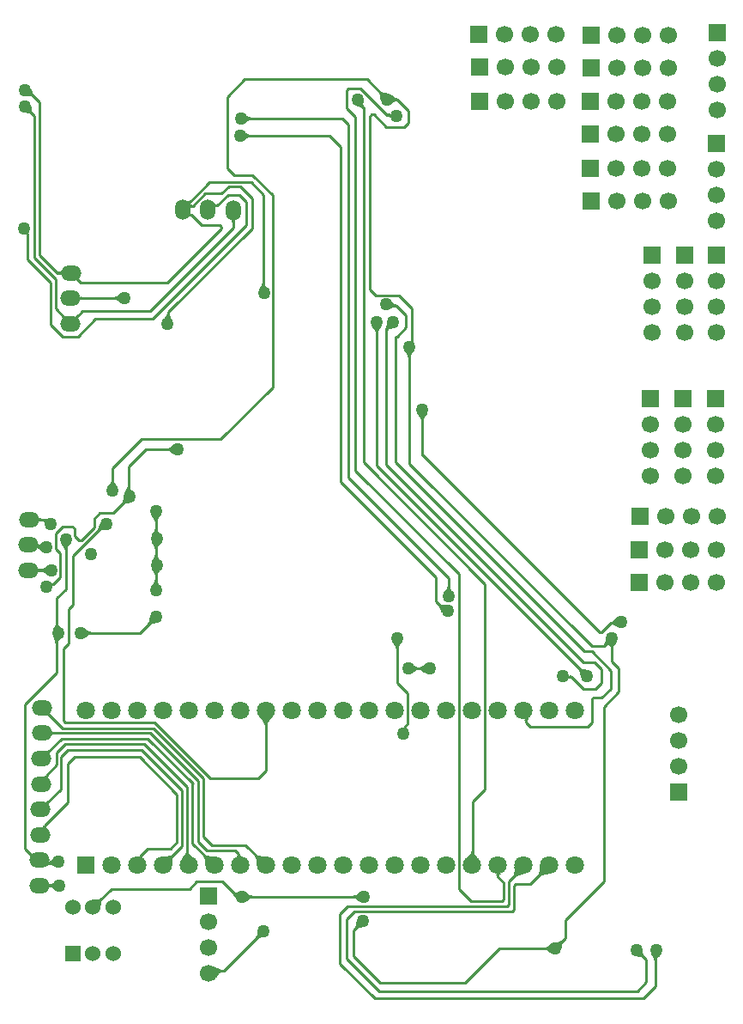
<source format=gbl>
G04*
G04 #@! TF.GenerationSoftware,Altium Limited,Altium Designer,23.5.1 (21)*
G04*
G04 Layer_Physical_Order=2*
G04 Layer_Color=16711680*
%FSLAX44Y44*%
%MOMM*%
G71*
G04*
G04 #@! TF.SameCoordinates,5C111197-4597-48D1-979B-7C2AAD06A796*
G04*
G04*
G04 #@! TF.FilePolarity,Positive*
G04*
G01*
G75*
%ADD10C,0.2540*%
%ADD91C,1.7000*%
%ADD92R,1.7000X1.7000*%
%ADD93R,1.7000X1.7000*%
%ADD94C,1.8000*%
%ADD95R,1.8000X1.8000*%
%ADD96R,1.5240X1.5240*%
%ADD97C,1.5240*%
%ADD98C,1.2700*%
%ADD99O,2.0000X1.5000*%
%ADD100O,1.5000X2.0000*%
G36*
X1075936Y1083650D02*
X1075075Y1083642D01*
X1073517Y1083521D01*
X1072821Y1083409D01*
X1072181Y1083262D01*
X1071595Y1083081D01*
X1071065Y1082864D01*
X1070589Y1082614D01*
X1070169Y1082328D01*
X1069804Y1082008D01*
X1068008Y1083804D01*
X1068328Y1084169D01*
X1068614Y1084589D01*
X1068864Y1085064D01*
X1069081Y1085595D01*
X1069262Y1086180D01*
X1069409Y1086821D01*
X1069521Y1087517D01*
X1069599Y1088269D01*
X1069650Y1089936D01*
X1075936Y1083650D01*
D02*
G37*
G36*
X979622Y1083623D02*
X979726Y1083114D01*
X979901Y1082619D01*
X980146Y1082138D01*
X980461Y1081671D01*
X980845Y1081219D01*
X981300Y1080780D01*
X981825Y1080357D01*
X982419Y1079947D01*
X983084Y1079551D01*
X974512Y1077194D01*
X974993Y1078040D01*
X976413Y1080931D01*
X976641Y1081530D01*
X976945Y1082580D01*
X977021Y1083030D01*
X977047Y1083431D01*
X979587Y1084146D01*
X979622Y1083623D01*
D02*
G37*
G36*
X1007150Y1077842D02*
X1008337Y1076826D01*
X1008908Y1076413D01*
X1009465Y1076064D01*
X1010007Y1075778D01*
X1010535Y1075556D01*
X1011049Y1075397D01*
X1011547Y1075302D01*
X1012032Y1075270D01*
Y1072730D01*
X1011547Y1072698D01*
X1011049Y1072603D01*
X1010535Y1072444D01*
X1010007Y1072222D01*
X1009465Y1071936D01*
X1008908Y1071587D01*
X1008337Y1071174D01*
X1007751Y1070698D01*
X1006535Y1069555D01*
Y1078445D01*
X1007150Y1077842D01*
D02*
G37*
G36*
X982791Y1068296D02*
X982122Y1067942D01*
X981523Y1067568D01*
X980995Y1067175D01*
X980537Y1066763D01*
X980150Y1066331D01*
X979833Y1065880D01*
X979587Y1065410D01*
X979411Y1064920D01*
X979305Y1064411D01*
X979270Y1063882D01*
X976730Y1064163D01*
X976706Y1064648D01*
X976635Y1065180D01*
X976516Y1065758D01*
X976350Y1066381D01*
X975874Y1067768D01*
X975565Y1068531D01*
X974353Y1071096D01*
X982791Y1068296D01*
D02*
G37*
G36*
X971835Y995477D02*
X971705Y995301D01*
X971640Y995098D01*
X971638Y994867D01*
X971700Y994607D01*
X971826Y994320D01*
X972016Y994005D01*
X972270Y993662D01*
X972587Y993290D01*
X972968Y992891D01*
X970741Y991527D01*
X970331Y991918D01*
X969573Y992536D01*
X969222Y992762D01*
X968892Y992933D01*
X968581Y993049D01*
X968290Y993110D01*
X968019Y993116D01*
X967767Y993067D01*
X967535Y992963D01*
X972028Y995624D01*
X971835Y995477D01*
D02*
G37*
G36*
X973002Y977629D02*
X973090Y977415D01*
X973235Y977226D01*
X973439Y977062D01*
X973702Y976923D01*
X974022Y976809D01*
X974401Y976721D01*
X974838Y976658D01*
X975334Y976620D01*
X975888Y976608D01*
Y974068D01*
X975334Y974055D01*
X974838Y974017D01*
X974401Y973954D01*
X974022Y973866D01*
X973702Y973752D01*
X973439Y973614D01*
X973235Y973450D01*
X973090Y973260D01*
X973002Y973046D01*
X972973Y972806D01*
Y977869D01*
X973002Y977629D01*
D02*
G37*
G36*
X972222Y957579D02*
X971841Y957180D01*
X971523Y956809D01*
X971270Y956466D01*
X971080Y956151D01*
X970954Y955863D01*
X970892Y955604D01*
X970893Y955373D01*
X970959Y955169D01*
X971088Y954994D01*
X971281Y954847D01*
X966789Y957507D01*
X967021Y957403D01*
X967273Y957354D01*
X967544Y957360D01*
X967835Y957421D01*
X968146Y957537D01*
X968476Y957709D01*
X968826Y957935D01*
X969196Y958216D01*
X969585Y958552D01*
X969994Y958943D01*
X972222Y957579D01*
D02*
G37*
G36*
X968876Y931522D02*
X966161Y932457D01*
X966179Y932461D01*
X966196Y932489D01*
X966210Y932539D01*
X966223Y932612D01*
X966233Y932708D01*
X966253Y933131D01*
X966257Y933527D01*
X968797D01*
X968876Y931522D01*
D02*
G37*
G36*
X971449Y907427D02*
X971068Y907028D01*
X970751Y906656D01*
X970497Y906313D01*
X970307Y905998D01*
X970181Y905711D01*
X970119Y905451D01*
X970120Y905220D01*
X970186Y905017D01*
X970315Y904842D01*
X970509Y904694D01*
X966016Y907354D01*
X966248Y907250D01*
X966500Y907201D01*
X966771Y907207D01*
X967062Y907269D01*
X967373Y907385D01*
X967703Y907556D01*
X968053Y907782D01*
X968423Y908063D01*
X968812Y908400D01*
X969221Y908791D01*
X971449Y907427D01*
D02*
G37*
G36*
X967347Y883592D02*
X967438Y882439D01*
X967492Y882149D01*
X967559Y881906D01*
X967637Y881710D01*
X967728Y881561D01*
X967831Y881459D01*
X967946Y881404D01*
X964181Y882382D01*
X964299Y882370D01*
X964404Y882398D01*
X964497Y882466D01*
X964578Y882575D01*
X964646Y882723D01*
X964702Y882912D01*
X964745Y883142D01*
X964776Y883411D01*
X964794Y883721D01*
X964801Y884070D01*
X967341D01*
X967347Y883592D01*
D02*
G37*
G36*
X1158964Y855906D02*
X1159013Y855529D01*
X1159094Y855190D01*
X1159208Y854889D01*
X1159355Y854627D01*
X1159534Y854404D01*
X1159746Y854219D01*
X1159990Y854072D01*
X1160267Y853964D01*
X1160576Y853894D01*
X1154938Y852927D01*
X1155217Y853103D01*
X1155467Y853316D01*
X1155687Y853564D01*
X1155879Y853849D01*
X1156040Y854171D01*
X1156173Y854529D01*
X1156276Y854922D01*
X1156349Y855353D01*
X1156393Y855819D01*
X1156408Y856322D01*
X1158948D01*
X1158964Y855906D01*
D02*
G37*
G36*
X952731Y857083D02*
X953104Y856764D01*
X953451Y856505D01*
X953774Y856308D01*
X954071Y856171D01*
X954344Y856094D01*
X954591Y856079D01*
X954814Y856124D01*
X955012Y856229D01*
X955184Y856395D01*
X951972Y852457D01*
X952103Y852663D01*
X952177Y852891D01*
X952193Y853141D01*
X952153Y853412D01*
X952055Y853705D01*
X951901Y854019D01*
X951689Y854355D01*
X951420Y854713D01*
X951094Y855092D01*
X950711Y855493D01*
X952334Y857462D01*
X952731Y857083D01*
D02*
G37*
G36*
X1108324Y858743D02*
X1108484Y858075D01*
X1108752Y857396D01*
X1109127Y856706D01*
X1109608Y856004D01*
X1110197Y855292D01*
X1110893Y854568D01*
X1111696Y853833D01*
X1112606Y853087D01*
X1113624Y852329D01*
X1101177Y850369D01*
X1102042Y851558D01*
X1104592Y855588D01*
X1105002Y856415D01*
X1105320Y857168D01*
X1105548Y857850D01*
X1105685Y858459D01*
X1105730Y858995D01*
X1108270Y859399D01*
X1108324Y858743D01*
D02*
G37*
G36*
X977044Y843380D02*
X976157Y843837D01*
X972570Y845401D01*
X972021Y845569D01*
X971529Y845690D01*
X971438Y845705D01*
X971117Y845674D01*
X970674Y845586D01*
X970282Y845474D01*
X969940Y845337D01*
X969648Y845175D01*
X969406Y844988D01*
X969215Y844776D01*
X969073Y844539D01*
X970275Y847114D01*
X969876Y848326D01*
X970404Y848361D01*
X970906Y848465D01*
X971436Y849599D01*
X971353Y849357D01*
X971342Y849141D01*
X971402Y848950D01*
X971535Y848784D01*
X971596Y848743D01*
X971876Y848889D01*
X972330Y849205D01*
X972765Y849592D01*
X973182Y850049D01*
X973581Y850577D01*
X973961Y851175D01*
X974322Y851843D01*
X977044Y843380D01*
D02*
G37*
G36*
X1094017Y854221D02*
X1093621Y853754D01*
X1093268Y853187D01*
X1092959Y852522D01*
X1092692Y851758D01*
X1092469Y850894D01*
X1092289Y849932D01*
X1092152Y848870D01*
X1092007Y846449D01*
X1092000Y845090D01*
X1083090Y854000D01*
X1084449Y854007D01*
X1086870Y854152D01*
X1087932Y854289D01*
X1088894Y854469D01*
X1089758Y854692D01*
X1090522Y854958D01*
X1091188Y855268D01*
X1091754Y855621D01*
X1092221Y856017D01*
X1094017Y854221D01*
D02*
G37*
G36*
X1125046Y855621D02*
X1125613Y855268D01*
X1126278Y854958D01*
X1127042Y854692D01*
X1127906Y854469D01*
X1128868Y854288D01*
X1129930Y854152D01*
X1132351Y854007D01*
X1133710Y854000D01*
X1124801Y845090D01*
X1124793Y846449D01*
X1124649Y848870D01*
X1124512Y849931D01*
X1124332Y850894D01*
X1124108Y851758D01*
X1123842Y852522D01*
X1123532Y853187D01*
X1123179Y853754D01*
X1122783Y854221D01*
X1124579Y856017D01*
X1125046Y855621D01*
D02*
G37*
G36*
X976465Y820555D02*
X975850Y821158D01*
X974663Y822174D01*
X974092Y822587D01*
X973535Y822936D01*
X972992Y823222D01*
X972465Y823444D01*
X972001Y823588D01*
X971746Y823528D01*
X971425Y823415D01*
X971163Y823276D01*
X970959Y823112D01*
X970813Y822923D01*
X970726Y822709D01*
X970697Y822469D01*
Y827531D01*
X970726Y827292D01*
X970813Y827077D01*
X970959Y826888D01*
X971163Y826724D01*
X971425Y826585D01*
X971746Y826472D01*
X972001Y826413D01*
X972465Y826556D01*
X972992Y826778D01*
X973535Y827064D01*
X974092Y827413D01*
X974663Y827826D01*
X975249Y828302D01*
X976465Y829445D01*
X976465Y820555D01*
D02*
G37*
G36*
X1153179Y819178D02*
X1153611Y818894D01*
X1154063Y818688D01*
X1154536Y818558D01*
X1155030Y818506D01*
X1155545Y818532D01*
X1156081Y818635D01*
X1156637Y818816D01*
X1157215Y819074D01*
X1157813Y819409D01*
X1155505Y811070D01*
X1155053Y811928D01*
X1152580Y816050D01*
X1152325Y816369D01*
X1152095Y816621D01*
X1152768Y819540D01*
X1153179Y819178D01*
D02*
G37*
G36*
X1166289Y817842D02*
X1167476Y816826D01*
X1168047Y816413D01*
X1168604Y816064D01*
X1169146Y815778D01*
X1169674Y815556D01*
X1170188Y815397D01*
X1170686Y815302D01*
X1171171Y815270D01*
Y812730D01*
X1170686Y812698D01*
X1170188Y812603D01*
X1169674Y812444D01*
X1169146Y812222D01*
X1168604Y811936D01*
X1168047Y811587D01*
X1167476Y811174D01*
X1166889Y810698D01*
X1165674Y809555D01*
Y818445D01*
X1166289Y817842D01*
D02*
G37*
G36*
X1023444Y811150D02*
X1023087Y810735D01*
X1022769Y810245D01*
X1022490Y809678D01*
X1022250Y809035D01*
X1022048Y808316D01*
X1021885Y807521D01*
X1021760Y806650D01*
X1021628Y804678D01*
X1021620Y803578D01*
X1014077Y811122D01*
X1015177Y811130D01*
X1017148Y811262D01*
X1018020Y811386D01*
X1018815Y811549D01*
X1019534Y811751D01*
X1020177Y811992D01*
X1020743Y812271D01*
X1021234Y812589D01*
X1021648Y812946D01*
X1023444Y811150D01*
D02*
G37*
G36*
X1133396Y745344D02*
X1139176Y742664D01*
X1139795Y742478D01*
X1140316Y742366D01*
X1140738Y742329D01*
X1141516Y739789D01*
X1140862Y739738D01*
X1140220Y739584D01*
X1139591Y739328D01*
X1138974Y738969D01*
X1138369Y738507D01*
X1137777Y737943D01*
X1137197Y737276D01*
X1136629Y736507D01*
X1136075Y735635D01*
X1135532Y734661D01*
X1132089Y746052D01*
X1133396Y745344D01*
D02*
G37*
G36*
X1389970Y859135D02*
X1390017Y858568D01*
X1390159Y857940D01*
X1390397Y857253D01*
X1390728Y856506D01*
X1391155Y855699D01*
X1391677Y854833D01*
X1393004Y852919D01*
X1394711Y850765D01*
X1382174Y852025D01*
X1383173Y852856D01*
X1384854Y854456D01*
X1385538Y855224D01*
X1386116Y855971D01*
X1386589Y856698D01*
X1386957Y857403D01*
X1387220Y858087D01*
X1387377Y858750D01*
X1387430Y859392D01*
X1389970Y859135D01*
D02*
G37*
G36*
X1175847Y855621D02*
X1176413Y855268D01*
X1177078Y854958D01*
X1177842Y854692D01*
X1178706Y854469D01*
X1179669Y854289D01*
X1180730Y854152D01*
X1183151Y854007D01*
X1184510Y854000D01*
X1175601Y845090D01*
X1175593Y846449D01*
X1175449Y848870D01*
X1175312Y849932D01*
X1175132Y850894D01*
X1174908Y851758D01*
X1174642Y852522D01*
X1174332Y853187D01*
X1173979Y853754D01*
X1173584Y854221D01*
X1175379Y856017D01*
X1175847Y855621D01*
D02*
G37*
G36*
X1415999Y836418D02*
X1415756Y836260D01*
X1415542Y836065D01*
X1415356Y835833D01*
X1415199Y835565D01*
X1415071Y835261D01*
X1414971Y834920D01*
X1414899Y834542D01*
X1414856Y834128D01*
X1414842Y833678D01*
X1412302D01*
X1412287Y834108D01*
X1412243Y834500D01*
X1412170Y834856D01*
X1412068Y835175D01*
X1411936Y835457D01*
X1411775Y835702D01*
X1411585Y835911D01*
X1411366Y836083D01*
X1411117Y836217D01*
X1410839Y836315D01*
X1416270Y836540D01*
X1415999Y836418D01*
D02*
G37*
G36*
X1276465Y809555D02*
X1275850Y810158D01*
X1274663Y811174D01*
X1274092Y811587D01*
X1273535Y811936D01*
X1272992Y812222D01*
X1272465Y812444D01*
X1271951Y812603D01*
X1271452Y812698D01*
X1270968Y812730D01*
Y815270D01*
X1271452Y815302D01*
X1271951Y815397D01*
X1272465Y815556D01*
X1272992Y815778D01*
X1273535Y816064D01*
X1274092Y816413D01*
X1274663Y816826D01*
X1275249Y817302D01*
X1276465Y818445D01*
Y809555D01*
D02*
G37*
G36*
X1279937Y783650D02*
X1279075Y783642D01*
X1277517Y783521D01*
X1276822Y783409D01*
X1276181Y783262D01*
X1275595Y783081D01*
X1275065Y782865D01*
X1274589Y782614D01*
X1274169Y782328D01*
X1273804Y782009D01*
X1272009Y783804D01*
X1272328Y784169D01*
X1272614Y784589D01*
X1272865Y785065D01*
X1273081Y785595D01*
X1273262Y786181D01*
X1273409Y786822D01*
X1273521Y787517D01*
X1273599Y788269D01*
X1273650Y789937D01*
X1279937Y783650D01*
D02*
G37*
G36*
X1182437Y774151D02*
X1181575Y774142D01*
X1180017Y774022D01*
X1179322Y773909D01*
X1178681Y773762D01*
X1178095Y773581D01*
X1177565Y773365D01*
X1177089Y773114D01*
X1176669Y772829D01*
X1176304Y772509D01*
X1174509Y774305D01*
X1174828Y774670D01*
X1175114Y775090D01*
X1175365Y775565D01*
X1175581Y776095D01*
X1175762Y776681D01*
X1175909Y777322D01*
X1176021Y778018D01*
X1176099Y778769D01*
X1176150Y780437D01*
X1182437Y774151D01*
D02*
G37*
G36*
X1463910Y836001D02*
X1462551Y835993D01*
X1460130Y835849D01*
X1459069Y835712D01*
X1458106Y835531D01*
X1457242Y835308D01*
X1456478Y835042D01*
X1455813Y834732D01*
X1455247Y834379D01*
X1454780Y833983D01*
X1452984Y835779D01*
X1453379Y836246D01*
X1453732Y836813D01*
X1454042Y837478D01*
X1454308Y838242D01*
X1454532Y839106D01*
X1454712Y840069D01*
X1454849Y841130D01*
X1454993Y843551D01*
X1455001Y844910D01*
X1463910Y836001D01*
D02*
G37*
G36*
X1439536Y836049D02*
X1438108Y835883D01*
X1434491Y835254D01*
X1433507Y835000D01*
X1432634Y834725D01*
X1431872Y834428D01*
X1431221Y834109D01*
X1430681Y833768D01*
X1430251Y833405D01*
X1428247Y834993D01*
X1428667Y835487D01*
X1429025Y836069D01*
X1429321Y836739D01*
X1429555Y837496D01*
X1429728Y838342D01*
X1429840Y839275D01*
X1429890Y840296D01*
X1429878Y841404D01*
X1429669Y843885D01*
X1439536Y836049D01*
D02*
G37*
G36*
X1465465Y758555D02*
X1464850Y759158D01*
X1463663Y760174D01*
X1463092Y760587D01*
X1462535Y760937D01*
X1461993Y761222D01*
X1461465Y761444D01*
X1460951Y761603D01*
X1460453Y761699D01*
X1459968Y761730D01*
Y764270D01*
X1460453Y764302D01*
X1460951Y764397D01*
X1461465Y764556D01*
X1461993Y764778D01*
X1462535Y765064D01*
X1463092Y765413D01*
X1463663Y765826D01*
X1464250Y766302D01*
X1465465Y767445D01*
Y758555D01*
D02*
G37*
G36*
X1477992Y769196D02*
X1477672Y768831D01*
X1477386Y768411D01*
X1477136Y767936D01*
X1476920Y767405D01*
X1476738Y766820D01*
X1476591Y766179D01*
X1476479Y765483D01*
X1476401Y764732D01*
X1476350Y763064D01*
X1470064Y769350D01*
X1470925Y769358D01*
X1472483Y769479D01*
X1473179Y769591D01*
X1473819Y769738D01*
X1474405Y769920D01*
X1474935Y770136D01*
X1475411Y770387D01*
X1475831Y770672D01*
X1476196Y770992D01*
X1477992Y769196D01*
D02*
G37*
G36*
X1556445Y753509D02*
X1556081Y753828D01*
X1555661Y754114D01*
X1555185Y754364D01*
X1554655Y754581D01*
X1554069Y754762D01*
X1553428Y754909D01*
X1552733Y755021D01*
X1551981Y755099D01*
X1550314Y755150D01*
X1556600Y761436D01*
X1556608Y760575D01*
X1556729Y759017D01*
X1556841Y758322D01*
X1556988Y757681D01*
X1557169Y757095D01*
X1557386Y756565D01*
X1557636Y756089D01*
X1557922Y755669D01*
X1558241Y755304D01*
X1556445Y753509D01*
D02*
G37*
G36*
X1567730Y751510D02*
X1567702Y751953D01*
X1567617Y752431D01*
X1567475Y752943D01*
X1567277Y753488D01*
X1567022Y754067D01*
X1566710Y754680D01*
X1565916Y756008D01*
X1565435Y756723D01*
X1564896Y757472D01*
X1573675Y756072D01*
X1573028Y755587D01*
X1572449Y755099D01*
X1571939Y754609D01*
X1571496Y754115D01*
X1571121Y753619D01*
X1570815Y753120D01*
X1570576Y752618D01*
X1570406Y752114D01*
X1570304Y751606D01*
X1570270Y751096D01*
X1567730Y751510D01*
D02*
G37*
G36*
X1183330Y983090D02*
X1183280Y983700D01*
X1183129Y984350D01*
X1182877Y985040D01*
X1182525Y985769D01*
X1182073Y986537D01*
X1181519Y987345D01*
X1180865Y988193D01*
X1179256Y990006D01*
X1178300Y990973D01*
X1190900D01*
X1189944Y990006D01*
X1188335Y988193D01*
X1187681Y987345D01*
X1187128Y986537D01*
X1186675Y985769D01*
X1186323Y985040D01*
X1186071Y984350D01*
X1185920Y983700D01*
X1185870Y983090D01*
X1183330D01*
D02*
G37*
G36*
X1312730Y1058968D02*
X1312698Y1059453D01*
X1312603Y1059951D01*
X1312444Y1060465D01*
X1312222Y1060993D01*
X1311936Y1061535D01*
X1311587Y1062092D01*
X1311174Y1062663D01*
X1310698Y1063250D01*
X1309555Y1064465D01*
X1318445D01*
X1317842Y1063850D01*
X1316826Y1062663D01*
X1316413Y1062092D01*
X1316064Y1061535D01*
X1315778Y1060993D01*
X1315556Y1060465D01*
X1315397Y1059951D01*
X1315302Y1059453D01*
X1315270Y1058968D01*
X1312730D01*
D02*
G37*
G36*
X1335032Y1037730D02*
X1334547Y1037698D01*
X1334049Y1037603D01*
X1333535Y1037444D01*
X1333008Y1037222D01*
X1332465Y1036936D01*
X1331908Y1036587D01*
X1331337Y1036174D01*
X1330751Y1035698D01*
X1329535Y1034555D01*
Y1043445D01*
X1330150Y1042842D01*
X1331337Y1041826D01*
X1331908Y1041413D01*
X1332465Y1041064D01*
X1333008Y1040778D01*
X1333535Y1040556D01*
X1334049Y1040397D01*
X1334547Y1040302D01*
X1335032Y1040270D01*
Y1037730D01*
D02*
G37*
G36*
X1335968Y1040270D02*
X1336452Y1040302D01*
X1336951Y1040397D01*
X1337465Y1040556D01*
X1337993Y1040778D01*
X1338535Y1041064D01*
X1339092Y1041413D01*
X1339663Y1041826D01*
X1340249Y1042302D01*
X1341465Y1043445D01*
Y1034555D01*
X1340850Y1035158D01*
X1339663Y1036174D01*
X1339092Y1036587D01*
X1338535Y1036936D01*
X1337993Y1037222D01*
X1337465Y1037444D01*
X1336951Y1037603D01*
X1336452Y1037698D01*
X1335968Y1037730D01*
Y1040270D01*
D02*
G37*
G36*
X1356364Y1102682D02*
X1356762Y1102334D01*
X1357197Y1102048D01*
X1357668Y1101826D01*
X1358177Y1101666D01*
X1358721Y1101569D01*
X1359303Y1101534D01*
X1359921Y1101563D01*
X1360576Y1101654D01*
X1361267Y1101808D01*
X1361995Y1102025D01*
X1357936Y1094116D01*
X1357632Y1095067D01*
X1356201Y1098709D01*
X1355932Y1099216D01*
X1355669Y1099649D01*
X1355412Y1100008D01*
X1355161Y1100294D01*
X1356364Y1102682D01*
D02*
G37*
G36*
X1366270Y1120032D02*
X1366302Y1119547D01*
X1366397Y1119048D01*
X1366556Y1118535D01*
X1366778Y1118007D01*
X1367064Y1117465D01*
X1367413Y1116908D01*
X1367826Y1116336D01*
X1368302Y1115750D01*
X1369445Y1114535D01*
X1360555D01*
X1361158Y1115150D01*
X1362174Y1116336D01*
X1362587Y1116908D01*
X1362936Y1117465D01*
X1363222Y1118007D01*
X1363444Y1118535D01*
X1363603Y1119048D01*
X1363698Y1119547D01*
X1363730Y1120032D01*
X1366270D01*
D02*
G37*
G36*
X1440239Y986174D02*
X1440220Y986587D01*
X1440163Y986959D01*
X1440068Y987287D01*
X1439934Y987574D01*
X1439763Y987818D01*
X1439553Y988020D01*
X1439305Y988180D01*
X1439019Y988297D01*
X1438695Y988372D01*
X1438333Y988404D01*
X1444315Y990448D01*
X1444024Y990178D01*
X1443763Y989873D01*
X1443532Y989533D01*
X1443332Y989158D01*
X1443163Y988748D01*
X1443025Y988303D01*
X1442918Y987823D01*
X1442841Y987308D01*
X1442795Y986759D01*
X1442779Y986174D01*
X1440239D01*
D02*
G37*
G36*
X1486144Y1029586D02*
X1485723Y1029578D01*
X1484982Y1029511D01*
X1484662Y1029452D01*
X1484377Y1029377D01*
X1484125Y1029285D01*
X1483907Y1029176D01*
X1483722Y1029051D01*
X1483572Y1028908D01*
X1483455Y1028749D01*
X1484253Y1033106D01*
X1484303Y1032920D01*
X1484384Y1032753D01*
X1484496Y1032606D01*
X1484639Y1032479D01*
X1484812Y1032371D01*
X1485017Y1032283D01*
X1485253Y1032214D01*
X1485519Y1032165D01*
X1485816Y1032136D01*
X1486144Y1032126D01*
Y1029586D01*
D02*
G37*
G36*
X1494804Y1039992D02*
X1495169Y1039671D01*
X1495589Y1039386D01*
X1496064Y1039136D01*
X1496595Y1038919D01*
X1497180Y1038738D01*
X1497821Y1038591D01*
X1498517Y1038479D01*
X1499268Y1038401D01*
X1500936Y1038350D01*
X1494650Y1032064D01*
X1494642Y1032925D01*
X1494521Y1034482D01*
X1494409Y1035179D01*
X1494262Y1035819D01*
X1494080Y1036405D01*
X1493864Y1036935D01*
X1493614Y1037411D01*
X1493328Y1037831D01*
X1493008Y1038195D01*
X1494804Y1039992D01*
D02*
G37*
G36*
X1524122Y1064465D02*
X1530445D01*
X1529842Y1063850D01*
X1528826Y1062663D01*
X1528413Y1062092D01*
X1528064Y1061535D01*
X1527778Y1060993D01*
X1527556Y1060465D01*
X1527397Y1059951D01*
X1527302Y1059453D01*
X1527270Y1058968D01*
X1524730D01*
X1524698Y1059453D01*
X1524603Y1059951D01*
X1524444Y1060465D01*
X1524222Y1060993D01*
X1523936Y1061535D01*
X1523587Y1062092D01*
X1523302Y1062487D01*
X1522822Y1062409D01*
X1522181Y1062262D01*
X1521595Y1062081D01*
X1521065Y1061865D01*
X1520589Y1061614D01*
X1520169Y1061329D01*
X1519805Y1061009D01*
X1518009Y1062805D01*
X1518328Y1063169D01*
X1518614Y1063590D01*
X1518864Y1064065D01*
X1519081Y1064595D01*
X1519262Y1065181D01*
X1519409Y1065822D01*
X1519521Y1066518D01*
X1519599Y1067269D01*
X1519650Y1068937D01*
X1524122Y1064465D01*
D02*
G37*
G36*
X1524841Y1085110D02*
X1525355Y1085144D01*
X1525863Y1085247D01*
X1526366Y1085419D01*
X1526863Y1085659D01*
X1527354Y1085968D01*
X1527841Y1086345D01*
X1528321Y1086792D01*
X1528796Y1087306D01*
X1529266Y1087890D01*
X1529730Y1088542D01*
X1531354Y1079801D01*
X1530583Y1080327D01*
X1528494Y1081573D01*
X1527873Y1081878D01*
X1527288Y1082127D01*
X1526741Y1082321D01*
X1526232Y1082459D01*
X1525759Y1082542D01*
X1525324Y1082570D01*
X1524841Y1085110D01*
D02*
G37*
G36*
X1329842Y1350850D02*
X1328826Y1349663D01*
X1328413Y1349092D01*
X1328064Y1348535D01*
X1327778Y1347992D01*
X1327556Y1347464D01*
X1327397Y1346951D01*
X1327302Y1346452D01*
X1327270Y1345968D01*
X1324730D01*
X1324698Y1346452D01*
X1324603Y1346951D01*
X1324444Y1347464D01*
X1324222Y1347992D01*
X1323936Y1348535D01*
X1323587Y1349092D01*
X1323174Y1349663D01*
X1322698Y1350249D01*
X1321555Y1351465D01*
X1330445D01*
X1329842Y1350850D01*
D02*
G37*
G36*
X1342842Y1288850D02*
X1341826Y1287663D01*
X1341413Y1287092D01*
X1341064Y1286535D01*
X1340778Y1285992D01*
X1340556Y1285465D01*
X1340397Y1284951D01*
X1340302Y1284453D01*
X1340270Y1283968D01*
X1337730D01*
X1337698Y1284453D01*
X1337603Y1284951D01*
X1337444Y1285465D01*
X1337222Y1285992D01*
X1336936Y1286535D01*
X1336587Y1287092D01*
X1336174Y1287663D01*
X1335698Y1288249D01*
X1334555Y1289465D01*
X1343445D01*
X1342842Y1288850D01*
D02*
G37*
G36*
X1093083Y1250479D02*
X1092468Y1251082D01*
X1091281Y1252098D01*
X1090709Y1252511D01*
X1090153Y1252860D01*
X1089610Y1253146D01*
X1089082Y1253368D01*
X1088569Y1253527D01*
X1088070Y1253622D01*
X1087586Y1253654D01*
Y1256194D01*
X1088070Y1256225D01*
X1088569Y1256321D01*
X1089082Y1256479D01*
X1089610Y1256702D01*
X1090153Y1256987D01*
X1090709Y1257337D01*
X1091281Y1257749D01*
X1091867Y1258226D01*
X1093083Y1259369D01*
Y1250479D01*
D02*
G37*
G36*
X1034552Y1224297D02*
X1034647Y1223799D01*
X1034806Y1223285D01*
X1035028Y1222757D01*
X1035314Y1222215D01*
X1035663Y1221658D01*
X1036076Y1221087D01*
X1036552Y1220501D01*
X1037695Y1219285D01*
X1028805D01*
X1029408Y1219900D01*
X1030424Y1221087D01*
X1030837Y1221658D01*
X1031186Y1222215D01*
X1031472Y1222757D01*
X1031694Y1223285D01*
X1031853Y1223799D01*
X1031948Y1224297D01*
X1031980Y1224782D01*
X1034520D01*
X1034552Y1224297D01*
D02*
G37*
G36*
X1050304Y1218145D02*
X1050408Y1217636D01*
X1050580Y1217134D01*
X1050821Y1216640D01*
X1051131Y1216153D01*
X1051510Y1215672D01*
X1051958Y1215199D01*
X1052475Y1214733D01*
X1053061Y1214273D01*
X1053715Y1213821D01*
X1044999Y1212071D01*
X1045518Y1212855D01*
X1046747Y1214969D01*
X1047047Y1215595D01*
X1047484Y1216730D01*
X1047621Y1217239D01*
X1047703Y1217709D01*
X1047730Y1218139D01*
X1050270Y1218660D01*
X1050304Y1218145D01*
D02*
G37*
G36*
X1050186Y1202150D02*
X1049325Y1202142D01*
X1047767Y1202021D01*
X1047072Y1201909D01*
X1046431Y1201762D01*
X1045845Y1201581D01*
X1045315Y1201365D01*
X1044839Y1201114D01*
X1044419Y1200828D01*
X1044054Y1200508D01*
X1042259Y1202305D01*
X1042578Y1202669D01*
X1042864Y1203089D01*
X1043114Y1203565D01*
X1043331Y1204095D01*
X1043512Y1204681D01*
X1043659Y1205322D01*
X1043771Y1206017D01*
X1043849Y1206769D01*
X1043900Y1208437D01*
X1050186Y1202150D01*
D02*
G37*
G36*
X1079842Y1188850D02*
X1078826Y1187663D01*
X1078413Y1187092D01*
X1078064Y1186535D01*
X1077778Y1185993D01*
X1077556Y1185465D01*
X1077397Y1184951D01*
X1077302Y1184453D01*
X1077270Y1183968D01*
X1074730D01*
X1074698Y1184453D01*
X1074603Y1184951D01*
X1074444Y1185465D01*
X1074222Y1185993D01*
X1073936Y1186535D01*
X1073587Y1187092D01*
X1073174Y1187663D01*
X1072698Y1188250D01*
X1071555Y1189465D01*
X1080445D01*
X1079842Y1188850D01*
D02*
G37*
G36*
X960164Y1188198D02*
X960252Y1187984D01*
X960397Y1187795D01*
X960601Y1187631D01*
X960864Y1187492D01*
X961184Y1187378D01*
X961563Y1187290D01*
X962000Y1187227D01*
X962496Y1187189D01*
X963050Y1187177D01*
Y1184637D01*
X962496Y1184624D01*
X962000Y1184586D01*
X961563Y1184523D01*
X961184Y1184435D01*
X960864Y1184321D01*
X960601Y1184183D01*
X960397Y1184019D01*
X960252Y1183830D01*
X960164Y1183615D01*
X960135Y1183375D01*
Y1188438D01*
X960164Y1188198D01*
D02*
G37*
G36*
X965985Y1186579D02*
X966223Y1186395D01*
X966456Y1186250D01*
X966683Y1186147D01*
X966905Y1186084D01*
X967122Y1186062D01*
X967334Y1186080D01*
X967540Y1186140D01*
X967741Y1186240D01*
X967937Y1186380D01*
X965666Y1181957D01*
X965665Y1182211D01*
X965626Y1182476D01*
X965549Y1182753D01*
X965434Y1183041D01*
X965281Y1183341D01*
X965090Y1183652D01*
X964861Y1183974D01*
X964594Y1184307D01*
X963946Y1185009D01*
X965742Y1186805D01*
X965985Y1186579D01*
D02*
G37*
G36*
X1025899Y1175457D02*
X1025084Y1175547D01*
X1024318Y1175590D01*
X1023600Y1175586D01*
X1022930Y1175534D01*
X1022308Y1175436D01*
X1021734Y1175291D01*
X1021208Y1175098D01*
X1020730Y1174858D01*
X1020301Y1174572D01*
X1019920Y1174238D01*
X1018353Y1176263D01*
X1018653Y1176605D01*
X1018933Y1177009D01*
X1019193Y1177475D01*
X1019433Y1178003D01*
X1019652Y1178593D01*
X1019850Y1179245D01*
X1020187Y1180736D01*
X1020324Y1181574D01*
X1020442Y1182475D01*
X1025899Y1175457D01*
D02*
G37*
G36*
X1077304Y1176644D02*
X1077406Y1176136D01*
X1077576Y1175632D01*
X1077815Y1175130D01*
X1078121Y1174631D01*
X1078496Y1174135D01*
X1078939Y1173641D01*
X1079449Y1173151D01*
X1080028Y1172663D01*
X1080675Y1172178D01*
X1071896Y1170778D01*
X1072435Y1171527D01*
X1073710Y1173569D01*
X1074022Y1174183D01*
X1074277Y1174762D01*
X1074475Y1175307D01*
X1074616Y1175819D01*
X1074702Y1176297D01*
X1074730Y1176740D01*
X1077270Y1177154D01*
X1077304Y1176644D01*
D02*
G37*
G36*
X962886Y1154852D02*
X962444Y1155509D01*
X961993Y1156096D01*
X961535Y1156615D01*
X961068Y1157064D01*
X960592Y1157444D01*
X960108Y1157755D01*
X959863Y1157876D01*
X959821Y1157856D01*
X959583Y1157693D01*
X959400Y1157505D01*
X959270Y1157291D01*
X959195Y1157053D01*
X959393Y1158074D01*
X959116Y1158170D01*
X958607Y1158274D01*
X958090Y1158308D01*
X958646Y1160848D01*
X959071Y1160875D01*
X959538Y1160956D01*
X959974Y1161072D01*
X960176Y1162115D01*
X960158Y1161874D01*
X960204Y1161659D01*
X960314Y1161469D01*
X960487Y1161304D01*
X960553Y1161266D01*
X960594Y1161280D01*
X961183Y1161523D01*
X962485Y1162170D01*
X963197Y1162574D01*
X964745Y1163545D01*
X962886Y1154852D01*
D02*
G37*
G36*
X1080675Y1161822D02*
X1080028Y1161337D01*
X1079449Y1160849D01*
X1078939Y1160359D01*
X1078496Y1159865D01*
X1078121Y1159369D01*
X1077815Y1158870D01*
X1077576Y1158368D01*
X1077406Y1157864D01*
X1077304Y1157356D01*
X1077270Y1156846D01*
X1074730Y1157260D01*
X1074702Y1157703D01*
X1074616Y1158181D01*
X1074475Y1158693D01*
X1074277Y1159238D01*
X1074022Y1159817D01*
X1073710Y1160431D01*
X1072435Y1162473D01*
X1071896Y1163222D01*
X1080675Y1161822D01*
D02*
G37*
G36*
X990842Y1160850D02*
X989826Y1159664D01*
X989413Y1159092D01*
X989064Y1158535D01*
X988778Y1157993D01*
X988556Y1157465D01*
X988397Y1156952D01*
X988302Y1156453D01*
X988270Y1155968D01*
X985730D01*
X985698Y1156453D01*
X985603Y1156952D01*
X985444Y1157465D01*
X985222Y1157993D01*
X984936Y1158535D01*
X984587Y1159092D01*
X984174Y1159664D01*
X983698Y1160250D01*
X982555Y1161465D01*
X991445D01*
X990842Y1160850D01*
D02*
G37*
G36*
X1077304Y1150644D02*
X1077406Y1150136D01*
X1077576Y1149632D01*
X1077815Y1149130D01*
X1078121Y1148631D01*
X1078496Y1148135D01*
X1078939Y1147641D01*
X1079449Y1147151D01*
X1080028Y1146663D01*
X1080675Y1146178D01*
X1071896Y1144778D01*
X1072435Y1145527D01*
X1073710Y1147570D01*
X1074022Y1148183D01*
X1074277Y1148762D01*
X1074475Y1149307D01*
X1074616Y1149819D01*
X1074702Y1150297D01*
X1074730Y1150740D01*
X1077270Y1151154D01*
X1077304Y1150644D01*
D02*
G37*
G36*
X959535Y1138291D02*
X959623Y1138077D01*
X959768Y1137888D01*
X959973Y1137724D01*
X960235Y1137585D01*
X960555Y1137471D01*
X960934Y1137383D01*
X961372Y1137320D01*
X961867Y1137282D01*
X962421Y1137270D01*
Y1134730D01*
X961867Y1134717D01*
X961372Y1134679D01*
X960934Y1134616D01*
X960555Y1134528D01*
X960235Y1134415D01*
X959973Y1134276D01*
X959768Y1134112D01*
X959623Y1133923D01*
X959535Y1133708D01*
X959506Y1133469D01*
Y1138531D01*
X959535Y1138291D01*
D02*
G37*
G36*
X968465Y1131555D02*
X967850Y1132158D01*
X966663Y1133174D01*
X966092Y1133587D01*
X965535Y1133936D01*
X964992Y1134222D01*
X964464Y1134444D01*
X963951Y1134603D01*
X963452Y1134698D01*
X962968Y1134730D01*
Y1137270D01*
X963452Y1137301D01*
X963951Y1137397D01*
X964464Y1137555D01*
X964992Y1137778D01*
X965535Y1138064D01*
X966092Y1138413D01*
X966663Y1138826D01*
X967249Y1139302D01*
X968465Y1140445D01*
Y1131555D01*
D02*
G37*
G36*
X1080675Y1135822D02*
X1080028Y1135337D01*
X1079449Y1134849D01*
X1078939Y1134359D01*
X1078496Y1133865D01*
X1078121Y1133369D01*
X1077815Y1132870D01*
X1077576Y1132368D01*
X1077406Y1131864D01*
X1077304Y1131356D01*
X1077270Y1130846D01*
X1074730Y1131260D01*
X1074702Y1131703D01*
X1074616Y1132181D01*
X1074475Y1132693D01*
X1074277Y1133238D01*
X1074022Y1133817D01*
X1073710Y1134430D01*
X1072435Y1136473D01*
X1071896Y1137222D01*
X1080675Y1135822D01*
D02*
G37*
G36*
X1077302Y1125547D02*
X1077397Y1125049D01*
X1077556Y1124535D01*
X1077778Y1124007D01*
X1078064Y1123465D01*
X1078413Y1122908D01*
X1078826Y1122336D01*
X1079302Y1121750D01*
X1080445Y1120535D01*
X1071555D01*
X1072158Y1121150D01*
X1073174Y1122336D01*
X1073587Y1122908D01*
X1073936Y1123465D01*
X1074222Y1124007D01*
X1074444Y1124535D01*
X1074603Y1125049D01*
X1074698Y1125547D01*
X1074730Y1126031D01*
X1077270D01*
X1077302Y1125547D01*
D02*
G37*
G36*
X1000402Y1424072D02*
X1000273Y1423896D01*
X1000207Y1423693D01*
X1000205Y1423462D01*
X1000268Y1423203D01*
X1000394Y1422915D01*
X1000583Y1422600D01*
X1000837Y1422257D01*
X1001154Y1421886D01*
X1001536Y1421486D01*
X999308Y1420122D01*
X998899Y1420513D01*
X998140Y1421131D01*
X997790Y1421357D01*
X997459Y1421528D01*
X997149Y1421644D01*
X996858Y1421705D01*
X996587Y1421711D01*
X996335Y1421662D01*
X996103Y1421558D01*
X1000595Y1424219D01*
X1000402Y1424072D01*
D02*
G37*
G36*
X1001535Y1406292D02*
X1001623Y1406077D01*
X1001768Y1405888D01*
X1001972Y1405724D01*
X1002235Y1405585D01*
X1002555Y1405472D01*
X1002934Y1405384D01*
X1003371Y1405321D01*
X1003867Y1405283D01*
X1004421Y1405270D01*
Y1402730D01*
X1003867Y1402718D01*
X1003371Y1402680D01*
X1002934Y1402617D01*
X1002555Y1402529D01*
X1002235Y1402415D01*
X1001972Y1402276D01*
X1001768Y1402112D01*
X1001623Y1401923D01*
X1001535Y1401709D01*
X1001506Y1401469D01*
Y1406531D01*
X1001535Y1406292D01*
D02*
G37*
G36*
X1040465Y1399555D02*
X1039850Y1400159D01*
X1038664Y1401174D01*
X1038092Y1401587D01*
X1037535Y1401936D01*
X1036993Y1402222D01*
X1036465Y1402444D01*
X1035952Y1402603D01*
X1035453Y1402699D01*
X1034968Y1402730D01*
Y1405270D01*
X1035453Y1405302D01*
X1035952Y1405397D01*
X1036465Y1405556D01*
X1036993Y1405778D01*
X1037535Y1406064D01*
X1038092Y1406413D01*
X1038664Y1406826D01*
X1039250Y1407302D01*
X1040465Y1408445D01*
Y1399555D01*
D02*
G37*
G36*
X1000907Y1386421D02*
X1000526Y1386022D01*
X1000208Y1385650D01*
X999955Y1385307D01*
X999765Y1384992D01*
X999639Y1384704D01*
X999576Y1384445D01*
X999578Y1384214D01*
X999644Y1384011D01*
X999773Y1383835D01*
X999966Y1383688D01*
X995474Y1386349D01*
X995706Y1386245D01*
X995958Y1386196D01*
X996229Y1386202D01*
X996520Y1386263D01*
X996831Y1386379D01*
X997161Y1386550D01*
X997511Y1386776D01*
X997881Y1387057D01*
X998270Y1387394D01*
X998679Y1387785D01*
X1000907Y1386421D01*
D02*
G37*
G36*
X985110Y1387393D02*
X985869Y1386776D01*
X986219Y1386550D01*
X986550Y1386379D01*
X986860Y1386263D01*
X987151Y1386201D01*
X987422Y1386196D01*
X987674Y1386245D01*
X987906Y1386349D01*
X983414Y1383688D01*
X983607Y1383835D01*
X983736Y1384011D01*
X983802Y1384214D01*
X983804Y1384445D01*
X983742Y1384704D01*
X983615Y1384992D01*
X983426Y1385307D01*
X983172Y1385650D01*
X982855Y1386021D01*
X982473Y1386421D01*
X984701Y1387785D01*
X985110Y1387393D01*
D02*
G37*
G36*
X1089700Y1388557D02*
X1089727Y1388138D01*
X1089806Y1387676D01*
X1089939Y1387171D01*
X1090125Y1386622D01*
X1090363Y1386029D01*
X1091000Y1384714D01*
X1091397Y1383992D01*
X1092352Y1382417D01*
X1083690Y1384419D01*
X1084350Y1384848D01*
X1084940Y1385287D01*
X1085460Y1385736D01*
X1085911Y1386195D01*
X1086293Y1386664D01*
X1086605Y1387142D01*
X1086848Y1387631D01*
X1087021Y1388130D01*
X1087125Y1388639D01*
X1087160Y1389158D01*
X1089700Y1388557D01*
D02*
G37*
G36*
X979899Y1430177D02*
X980452Y1430190D01*
X980948Y1430227D01*
X981385Y1430291D01*
X981764Y1430379D01*
X982084Y1430492D01*
X982347Y1430631D01*
X982551Y1430795D01*
X982697Y1430984D01*
X982784Y1431198D01*
X982813Y1431438D01*
Y1426376D01*
X982784Y1426615D01*
X982697Y1426830D01*
X982551Y1427019D01*
X982347Y1427183D01*
X982084Y1427322D01*
X981764Y1427435D01*
X981385Y1427523D01*
X980948Y1427587D01*
X980452Y1427624D01*
X979899Y1427637D01*
Y1430177D01*
D02*
G37*
G36*
X953195Y1585009D02*
X952831Y1585329D01*
X952411Y1585614D01*
X951935Y1585865D01*
X951405Y1586081D01*
X950819Y1586262D01*
X950178Y1586409D01*
X949482Y1586521D01*
X948731Y1586599D01*
X947063Y1586650D01*
X953350Y1592937D01*
X953358Y1592075D01*
X953479Y1590517D01*
X953591Y1589822D01*
X953738Y1589181D01*
X953919Y1588595D01*
X954135Y1588065D01*
X954386Y1587590D01*
X954671Y1587169D01*
X954991Y1586805D01*
X953195Y1585009D01*
D02*
G37*
G36*
X954572Y1602241D02*
X954175Y1602588D01*
X953741Y1602874D01*
X953268Y1603098D01*
X952758Y1603260D01*
X952210Y1603361D01*
X951625Y1603401D01*
X951002Y1603379D01*
X950341Y1603295D01*
X949642Y1603150D01*
X948905Y1602943D01*
X953094Y1610784D01*
X953380Y1609838D01*
X954492Y1606782D01*
X954762Y1606199D01*
X955292Y1605252D01*
X955552Y1604888D01*
X955809Y1604596D01*
X954572Y1602241D01*
D02*
G37*
G36*
X1111264Y1498468D02*
X1110873Y1498059D01*
X1110259Y1497303D01*
X1110035Y1496955D01*
X1109867Y1496627D01*
X1109807Y1496463D01*
X1110003Y1496376D01*
X1110334Y1496273D01*
X1110718Y1496194D01*
X1111155Y1496137D01*
X1111645Y1496103D01*
X1112187Y1496092D01*
X1112364Y1493552D01*
X1111880Y1493540D01*
X1111451Y1493506D01*
X1111078Y1493449D01*
X1110761Y1493368D01*
X1110499Y1493265D01*
X1110292Y1493138D01*
X1110140Y1492989D01*
X1110043Y1492817D01*
X1110002Y1492621D01*
X1110016Y1492403D01*
X1109340Y1496109D01*
X1107088Y1499676D01*
X1107241Y1499488D01*
X1107421Y1499363D01*
X1107628Y1499302D01*
X1107862Y1499303D01*
X1108124Y1499368D01*
X1108414Y1499497D01*
X1108731Y1499688D01*
X1109075Y1499943D01*
X1109447Y1500261D01*
X1109846Y1500642D01*
X1111264Y1498468D01*
D02*
G37*
G36*
X1136414Y1494144D02*
X1136102Y1494139D01*
X1135586Y1494100D01*
X1135381Y1494066D01*
X1135213Y1494023D01*
X1135079Y1493970D01*
X1134982Y1493907D01*
X1134920Y1493834D01*
X1134894Y1493752D01*
X1134904Y1493660D01*
X1133913Y1497151D01*
X1133962Y1497062D01*
X1134055Y1496983D01*
X1134194Y1496913D01*
X1134377Y1496852D01*
X1134604Y1496801D01*
X1134877Y1496759D01*
X1135556Y1496703D01*
X1136414Y1496684D01*
Y1494144D01*
D02*
G37*
G36*
X1292730Y1369968D02*
X1292698Y1370452D01*
X1292603Y1370951D01*
X1292444Y1371464D01*
X1292222Y1371992D01*
X1291936Y1372535D01*
X1291587Y1373092D01*
X1291174Y1373663D01*
X1290698Y1374249D01*
X1289555Y1375465D01*
X1298445D01*
X1297842Y1374850D01*
X1296826Y1373663D01*
X1296413Y1373092D01*
X1296064Y1372535D01*
X1295778Y1371992D01*
X1295556Y1371464D01*
X1295397Y1370951D01*
X1295302Y1370452D01*
X1295270Y1369968D01*
X1292730D01*
D02*
G37*
G36*
X1302102Y1373898D02*
X1302451Y1374287D01*
X1302757Y1374715D01*
X1303020Y1375181D01*
X1303241Y1375686D01*
X1303418Y1376229D01*
X1303554Y1376811D01*
X1303646Y1377431D01*
X1303696Y1378090D01*
X1303703Y1378788D01*
X1303668Y1379523D01*
X1309523Y1373668D01*
X1308788Y1373703D01*
X1308090Y1373696D01*
X1307431Y1373646D01*
X1306811Y1373553D01*
X1306229Y1373418D01*
X1305686Y1373240D01*
X1305181Y1373020D01*
X1304715Y1372757D01*
X1304287Y1372451D01*
X1303898Y1372102D01*
X1302102Y1373898D01*
D02*
G37*
G36*
X1312677Y1395570D02*
X1312242Y1395542D01*
X1311769Y1395459D01*
X1311259Y1395321D01*
X1310712Y1395127D01*
X1310128Y1394878D01*
X1309506Y1394573D01*
X1308151Y1393798D01*
X1306647Y1392802D01*
X1308271Y1401542D01*
X1308735Y1400890D01*
X1309204Y1400306D01*
X1309679Y1399792D01*
X1310160Y1399345D01*
X1310646Y1398968D01*
X1311138Y1398659D01*
X1311635Y1398419D01*
X1312137Y1398247D01*
X1312646Y1398144D01*
X1313159Y1398110D01*
X1312677Y1395570D01*
D02*
G37*
G36*
X1183270Y1419154D02*
X1183304Y1418644D01*
X1183406Y1418136D01*
X1183577Y1417632D01*
X1183815Y1417130D01*
X1184121Y1416631D01*
X1184496Y1416134D01*
X1184939Y1415641D01*
X1185450Y1415151D01*
X1186029Y1414663D01*
X1186675Y1414178D01*
X1177896Y1412778D01*
X1178435Y1413527D01*
X1179710Y1415570D01*
X1180022Y1416183D01*
X1180277Y1416762D01*
X1180475Y1417307D01*
X1180617Y1417819D01*
X1180702Y1418297D01*
X1180730Y1418741D01*
X1183270Y1419154D01*
D02*
G37*
G36*
X1151178Y1478235D02*
X1151166Y1478789D01*
X1151128Y1479284D01*
X1151065Y1479721D01*
X1150976Y1480100D01*
X1150863Y1480421D01*
X1150724Y1480683D01*
X1150560Y1480887D01*
X1150371Y1481033D01*
X1150157Y1481120D01*
X1149917Y1481149D01*
X1154979D01*
X1154740Y1481120D01*
X1154525Y1481033D01*
X1154336Y1480887D01*
X1154172Y1480683D01*
X1154034Y1480421D01*
X1153920Y1480100D01*
X1153832Y1479721D01*
X1153769Y1479284D01*
X1153731Y1478789D01*
X1153718Y1478235D01*
X1151178D01*
D02*
G37*
G36*
X1169032Y1562730D02*
X1168547Y1562698D01*
X1168049Y1562603D01*
X1167535Y1562444D01*
X1167008Y1562222D01*
X1166465Y1561936D01*
X1165908Y1561587D01*
X1165337Y1561174D01*
X1164751Y1560698D01*
X1163535Y1559555D01*
Y1568445D01*
X1164150Y1567842D01*
X1165337Y1566826D01*
X1165908Y1566413D01*
X1166465Y1566064D01*
X1167008Y1565778D01*
X1167535Y1565556D01*
X1168049Y1565397D01*
X1168547Y1565302D01*
X1169032Y1565270D01*
Y1562730D01*
D02*
G37*
G36*
X1170032Y1579730D02*
X1169548Y1579698D01*
X1169049Y1579603D01*
X1168536Y1579444D01*
X1168008Y1579222D01*
X1167465Y1578936D01*
X1166908Y1578587D01*
X1166337Y1578174D01*
X1165751Y1577698D01*
X1164535Y1576555D01*
Y1585445D01*
X1165150Y1584842D01*
X1166337Y1583826D01*
X1166908Y1583413D01*
X1167465Y1583064D01*
X1168008Y1582778D01*
X1168536Y1582556D01*
X1169049Y1582397D01*
X1169548Y1582302D01*
X1170032Y1582270D01*
Y1579730D01*
D02*
G37*
G36*
X1279590Y1591245D02*
X1279288Y1591512D01*
X1278915Y1591776D01*
X1278472Y1592041D01*
X1277957Y1592303D01*
X1276717Y1592826D01*
X1275990Y1593086D01*
X1273387Y1593858D01*
X1281108Y1598264D01*
X1280919Y1597513D01*
X1280789Y1596803D01*
X1280719Y1596131D01*
X1280708Y1595500D01*
X1280756Y1594907D01*
X1280864Y1594355D01*
X1281031Y1593841D01*
X1281258Y1593367D01*
X1281544Y1592933D01*
X1281889Y1592538D01*
X1279590Y1591245D01*
D02*
G37*
G36*
X1297805Y1607991D02*
X1298169Y1607671D01*
X1298589Y1607386D01*
X1299065Y1607135D01*
X1299595Y1606919D01*
X1300181Y1606738D01*
X1300821Y1606591D01*
X1301517Y1606479D01*
X1302269Y1606401D01*
X1303936Y1606349D01*
X1297650Y1600063D01*
X1297642Y1600925D01*
X1297521Y1602482D01*
X1297409Y1603178D01*
X1297262Y1603819D01*
X1297081Y1604405D01*
X1296864Y1604935D01*
X1296614Y1605410D01*
X1296328Y1605831D01*
X1296008Y1606195D01*
X1297805Y1607991D01*
D02*
G37*
G36*
X1304328Y1585827D02*
X1304788Y1585841D01*
X1305217Y1585883D01*
X1305614Y1585953D01*
X1305981Y1586051D01*
X1306317Y1586177D01*
X1306622Y1586332D01*
X1306896Y1586514D01*
X1307139Y1586724D01*
X1307352Y1586963D01*
X1307533Y1587229D01*
X1307053Y1581775D01*
X1306924Y1582062D01*
X1306763Y1582319D01*
X1306570Y1582546D01*
X1306345Y1582742D01*
X1306089Y1582909D01*
X1305800Y1583045D01*
X1305480Y1583151D01*
X1305128Y1583226D01*
X1304744Y1583271D01*
X1304328Y1583287D01*
Y1585827D01*
D02*
G37*
G36*
X1313997Y1598570D02*
X1313518Y1598539D01*
X1313021Y1598445D01*
X1312508Y1598288D01*
X1311976Y1598069D01*
X1311427Y1597788D01*
X1310861Y1597444D01*
X1310277Y1597037D01*
X1309676Y1596568D01*
X1308421Y1595442D01*
X1308645Y1604329D01*
X1309240Y1603717D01*
X1310393Y1602687D01*
X1310952Y1602269D01*
X1311500Y1601915D01*
X1312036Y1601625D01*
X1312560Y1601400D01*
X1313072Y1601239D01*
X1313573Y1601142D01*
X1314062Y1601110D01*
X1313997Y1598570D01*
D02*
G37*
D10*
X985000Y987566D02*
Y1058654D01*
X1074922Y986078D02*
X1130000Y931000D01*
X986488Y986078D02*
X1074922D01*
X985000Y987566D02*
X986488Y986078D01*
X1375000Y821738D02*
Y1132000D01*
X1387250Y810000D02*
X1417512D01*
X1377000Y820250D02*
X1387250Y810000D01*
X1376488Y820250D02*
X1377000D01*
X1375000Y821738D02*
X1376488Y820250D01*
X1480000Y773000D02*
Y791500D01*
X1518000Y829500D01*
X1470000Y763000D02*
X1480000Y773000D01*
X1518000Y829500D02*
Y1001000D01*
X1130459Y741059D02*
X1143059D01*
X1182500Y780500D01*
X1020659Y1192171D02*
X1033921D01*
X1050250Y1208500D01*
X1049000Y1209750D02*
X1050250Y1208500D01*
X1049000Y1209750D02*
Y1238000D01*
X1065924Y1254924D01*
X1153250Y1525500D02*
X1171329D01*
X1191000Y1316346D02*
Y1505829D01*
X1171329Y1525500D02*
X1191000Y1505829D01*
X1033250Y1236750D02*
X1061500Y1265000D01*
X1033250Y1214750D02*
Y1236750D01*
X1061500Y1265000D02*
X1139654D01*
X1191000Y1316346D01*
X1146500Y1532250D02*
X1153250Y1525500D01*
X1146500Y1532250D02*
Y1602500D01*
X1163750Y1619750D01*
X1284250D02*
X1304000Y1600000D01*
X1163750Y1619750D02*
X1284250D01*
X990162Y1097772D02*
X994398Y1102007D01*
X1025636Y1181750D02*
X1026750D01*
X994398Y1150512D02*
X1025636Y1181750D01*
X994398Y1102007D02*
Y1150512D01*
X1273000Y1234000D02*
X1375000Y1132000D01*
X1419000Y811488D02*
Y828250D01*
X1413200Y845000D02*
X1413572Y844628D01*
Y833678D02*
Y844628D01*
Y833678D02*
X1419000Y828250D01*
X1417512Y810000D02*
X1419000Y811488D01*
X1424402Y805988D02*
Y829352D01*
X1438600Y843550D01*
Y845000D01*
X1265000Y804500D02*
X1422914D01*
X1424402Y805988D01*
X1257250Y796750D02*
X1265000Y804500D01*
X1297250Y729000D02*
X1381000D01*
X1270750Y780750D02*
X1280000Y790000D01*
X1270750Y755500D02*
X1297250Y729000D01*
X1270750Y755500D02*
Y780750D01*
X1557250Y714000D02*
X1569000Y725750D01*
X1259500Y746250D02*
X1291750Y714000D01*
X1557250D01*
X1257250Y747738D02*
Y796750D01*
X1258738Y746250D02*
X1259500D01*
X1257250Y747738D02*
X1258738Y746250D01*
X1296000Y721250D02*
X1551250D01*
X1264250Y753000D02*
X1296000Y721250D01*
X1264250Y753000D02*
Y792000D01*
X1551250Y721250D02*
X1559750Y729750D01*
X1072500Y1383500D02*
X1164948Y1475948D01*
X1128000Y1491000D02*
X1132414Y1495414D01*
X1136414D01*
X1147000Y1506000D01*
X1158298D01*
X1164948Y1499351D01*
Y1475948D02*
Y1499351D01*
X1569000Y760250D02*
X1570000Y761250D01*
X1569000Y725750D02*
Y760250D01*
X1550250Y761500D02*
X1559750Y752000D01*
Y729750D02*
Y752000D01*
X1264250Y792000D02*
X1271500Y799250D01*
X1427500D01*
X1429750Y801500D01*
Y825012D01*
X1431238Y826500D02*
X1445500D01*
X1429750Y825012D02*
X1431238Y826500D01*
X1445500D02*
X1464000Y845000D01*
X1128000Y738600D02*
X1130459Y741059D01*
X1161139Y814000D02*
X1281000D01*
X1156512D02*
X1161139D01*
X1060000Y1074000D02*
X1076000Y1090000D01*
X1002000Y1074000D02*
X1060000D01*
X1000295Y1165399D02*
X1002399D01*
X995744Y1169951D02*
Y1176822D01*
X1002399Y1165399D02*
X1015000Y1178000D01*
X995744Y1169951D02*
X1000295Y1165399D01*
X993566Y1179000D02*
X995744Y1176822D01*
X977500Y1156965D02*
X981649Y1152816D01*
X977500Y1172524D02*
X983976Y1179000D01*
X977500Y1156965D02*
Y1172524D01*
X950310Y1183000D02*
X953216Y1185907D01*
X964844D01*
X969251Y1181500D02*
X972000D01*
X964844Y1185907D02*
X969251Y1181500D01*
X981649Y1129000D02*
Y1152816D01*
X950320Y1160907D02*
X951648Y1159578D01*
X966922D01*
X968250Y1158250D01*
X983976Y1179000D02*
X993566D01*
X991690Y1379000D02*
X1003690Y1391000D01*
X1070000D02*
X1152448Y1473448D01*
X1003690Y1391000D02*
X1070000D01*
X999000Y1366000D02*
X1016500Y1383500D01*
X1072500D01*
X992319Y1428907D02*
X1001601Y1419625D01*
X1087625D01*
X1140408Y1472408D01*
X1291052Y1584948D02*
X1303250Y1572750D01*
X1320750D02*
X1325000Y1577000D01*
X1303250Y1572750D02*
X1320750D01*
X1265738Y1610750D02*
X1278135D01*
X1264250Y1591398D02*
X1273000Y1582648D01*
X1264250Y1591398D02*
Y1609262D01*
X1265738Y1610750D01*
X1278135D02*
X1304328Y1584557D01*
X1090250Y861250D02*
X1097000Y868000D01*
X1068000Y861250D02*
X1090250D01*
X1057600Y845000D02*
X1060558Y847958D01*
Y853808D01*
X1068000Y861250D01*
X1157678Y846522D02*
X1159200Y845000D01*
X1157678Y846522D02*
Y856322D01*
X1126000Y860000D02*
X1154000D01*
X1157678Y856322D01*
X1131000Y865000D02*
X1164600D01*
X1184600Y845000D01*
X1314000Y1025000D02*
X1324250Y1014750D01*
X1321944Y976944D02*
X1321944Y976944D01*
X1321944Y976944D02*
Y981568D01*
X1322144Y981768D01*
X1324250Y984250D02*
Y1014750D01*
X1322144Y982144D02*
X1324250Y984250D01*
X1322144Y981768D02*
Y982144D01*
X1320000Y975000D02*
X1321944Y976944D01*
X1388700Y907700D02*
X1400500Y919501D01*
X1281000Y1242000D02*
X1400500Y1122500D01*
Y919501D02*
Y1122500D01*
X1415000Y763000D02*
X1470000D01*
X1381000Y729000D02*
X1415000Y763000D01*
X1141512Y829000D02*
X1156512Y814000D01*
X1116000Y829000D02*
X1141512D01*
X1109000Y822000D02*
X1116000Y829000D01*
X1014000Y803502D02*
X1014000D01*
X1032498Y822000D01*
X1109000D01*
X1015000Y1186512D02*
X1020659Y1192171D01*
X1015000Y1178000D02*
Y1186512D01*
X974512Y1121863D02*
X981649Y1129000D01*
X970025Y1121863D02*
X974512D01*
X968081Y1119919D02*
X970025Y1121863D01*
X955344Y825000D02*
X981000D01*
X1065924Y1254924D02*
X1097617D01*
X1325000Y1039000D02*
X1344000D01*
X981000Y825000D02*
X981000Y825000D01*
X955185Y824842D02*
X955344Y825000D01*
X978317Y1075683D02*
Y1108317D01*
Y1075683D02*
X980000Y1074000D01*
X1076000Y1116000D02*
Y1194000D01*
X960400Y845094D02*
X962742D01*
X964704Y847056D01*
X947000Y861000D02*
X960400Y847599D01*
X1103454Y1490371D02*
X1107905Y1494822D01*
X1388700Y844800D02*
Y907700D01*
X1314000Y1025000D02*
Y1069000D01*
X1177000Y931000D02*
X1184600Y938600D01*
X1130000Y931000D02*
X1177000D01*
X1184600Y938600D02*
Y997400D01*
X985000Y1058654D02*
X990162Y1063817D01*
Y1097772D01*
X1074000Y980000D02*
X1123034Y930966D01*
Y872966D02*
Y930966D01*
Y872966D02*
X1125000Y871000D01*
X1131000Y865000D01*
X1097000Y868000D02*
Y915000D01*
X1060000Y952000D02*
X1097000Y915000D01*
X996000Y952000D02*
X1060000D01*
X989000Y945000D02*
X996000Y952000D01*
X989000Y907000D02*
Y945000D01*
X961820Y874907D02*
X966071Y879157D01*
Y884070D01*
X989000Y907000D01*
X984064Y980000D02*
X1074000D01*
X963467Y975338D02*
X1070662D01*
X1118000Y868000D02*
Y928000D01*
X1070662Y975338D02*
X1118000Y928000D01*
Y868000D02*
X1126000Y860000D01*
X1112000Y866800D02*
X1133800Y845000D01*
X1112000Y866800D02*
Y925000D01*
X1068000Y970000D02*
X1112500Y925500D01*
X1112000Y925000D02*
X1112500Y925500D01*
X963752Y1000312D02*
X984064Y980000D01*
X962268Y900041D02*
X982000Y919774D01*
Y952000D02*
X989000Y959000D01*
X982000Y919774D02*
Y952000D01*
X967527Y933527D02*
X978000Y944000D01*
X967527Y929966D02*
Y933527D01*
X978000Y944000D02*
Y956486D01*
X962643Y925082D02*
X967527Y929966D01*
X989000Y959000D02*
X1062000D01*
X1102000Y919000D01*
X978000Y956486D02*
X986480Y964966D01*
X1064034D02*
X1107000Y922000D01*
X986480Y964966D02*
X1064034D01*
X1083000Y845000D02*
X1102000Y864000D01*
Y919000D01*
X963005Y950159D02*
X982846Y970000D01*
X1068000D01*
X1107000Y846400D02*
Y922000D01*
X978000Y1035000D02*
Y1068251D01*
X947000Y1004000D02*
X978000Y1035000D01*
X978317Y1108317D02*
X987000Y1117000D01*
Y1166000D01*
X947000Y861000D02*
Y1004000D01*
X960400Y845094D02*
Y847599D01*
X964704Y847056D02*
X978056D01*
X980000Y849000D01*
X952685Y824842D02*
X955185D01*
X1326000Y1356000D02*
Y1358749D01*
Y1241000D02*
Y1356000D01*
X950000Y1136000D02*
X973000D01*
X1533000Y1016000D02*
Y1039000D01*
X1518000Y1001000D02*
X1533000Y1016000D01*
X1526000Y1046000D02*
Y1069000D01*
Y1046000D02*
X1533000Y1039000D01*
X1316000Y1407000D02*
X1329000Y1394000D01*
Y1361749D02*
Y1394000D01*
X1293000Y1407000D02*
X1316000D01*
X1326000Y1358749D02*
X1329000Y1361749D01*
X1287000Y1413000D02*
X1293000Y1407000D01*
X1287000Y1413000D02*
Y1583000D01*
X1288948Y1584948D02*
X1291052D01*
X1287000Y1583000D02*
X1288948Y1584948D01*
X1325000Y1577000D02*
Y1589000D01*
X1314160Y1599840D02*
X1325000Y1589000D01*
X1304000Y1600000D02*
X1304160Y1599840D01*
X1314160D01*
X1312443Y1584557D02*
X1313000Y1584000D01*
X1304328Y1584557D02*
X1312443D01*
X1339488Y1249000D02*
X1340000D01*
X1339000Y1249488D02*
X1339488Y1249000D01*
X1339000Y1249488D02*
Y1294000D01*
X1516052Y1075052D02*
X1524840Y1083840D01*
X1513948Y1075052D02*
X1516052D01*
X1340000Y1249000D02*
X1513948Y1075052D01*
X1533840Y1083840D02*
X1535000Y1085000D01*
X1524840Y1083840D02*
X1533840D01*
X1506000Y1061000D02*
X1518000D01*
X1526000Y1069000D01*
X1326000Y1241000D02*
X1506000Y1061000D01*
X1107000Y846400D02*
X1108400Y845000D01*
X1439500Y997200D02*
X1441509Y995190D01*
X1445683Y982000D02*
X1502000D01*
X1441509Y986174D02*
X1445683Y982000D01*
X1441509Y986174D02*
Y995190D01*
X1502000Y982000D02*
X1506000Y986000D01*
Y1008512D02*
X1507488Y1010000D01*
X1506000Y986000D02*
Y1008512D01*
X1507488Y1010000D02*
X1516000D01*
X1525000Y1019000D01*
Y1037000D01*
X1506000Y1056000D02*
X1525000Y1037000D01*
X1499000Y1056000D02*
X1506000D01*
X1312488Y1242512D02*
X1499000Y1056000D01*
X1312488Y1242512D02*
Y1366000D01*
X1314000D01*
X1323000Y1375000D02*
Y1387000D01*
X1314000Y1366000D02*
X1323000Y1375000D01*
X1303000Y1398000D02*
X1304160Y1396840D01*
X1313160D01*
X1323000Y1387000D01*
X1247000Y1564000D02*
X1258000Y1553000D01*
Y1223000D02*
X1352000Y1129000D01*
X1258000Y1223000D02*
Y1553000D01*
X1352000Y1105250D02*
Y1129000D01*
Y1105250D02*
X1361250Y1096000D01*
X1364000D01*
X1159000Y1564000D02*
X1247000D01*
X1266000Y1227381D02*
X1365000Y1128381D01*
Y1110000D02*
Y1128381D01*
X1266000Y1227381D02*
Y1575000D01*
X1160000Y1581000D02*
X1260000D01*
X1266000Y1575000D01*
X1281000Y1242000D02*
Y1591631D01*
X1273000Y1234000D02*
Y1582648D01*
X1275000Y1597631D02*
Y1600000D01*
Y1597631D02*
X1281000Y1591631D01*
X1182000Y1412000D02*
Y1506000D01*
X1170000Y1518000D02*
X1182000Y1506000D01*
X1102541Y1491541D02*
X1129000Y1518000D01*
X1170000D01*
X1102541Y1491284D02*
Y1491541D01*
X1516000Y1025000D02*
Y1038000D01*
X1508592Y1045408D02*
X1516000Y1038000D01*
X1510000Y1019000D02*
X1516000Y1025000D01*
X1498000Y1019000D02*
X1510000D01*
X1497592Y1045408D02*
X1508592D01*
X1303000Y1240000D02*
X1497592Y1045408D01*
X1486144Y1030856D02*
X1498000Y1019000D01*
X1478000Y1032000D02*
X1479144Y1030856D01*
X1486144D01*
X1303000Y1373000D02*
X1310000Y1380000D01*
X1303000Y1240000D02*
Y1373000D01*
X1294000Y1239000D02*
Y1380000D01*
Y1239000D02*
X1501000Y1032000D01*
X956000Y1444000D02*
Y1584000D01*
X1087000Y1379000D02*
X1088430Y1380430D01*
X1159000Y1514000D02*
X1171000Y1502000D01*
Y1473000D02*
Y1502000D01*
X1112364Y1494822D02*
X1124541Y1507000D01*
X1088430Y1390430D02*
X1171000Y1473000D01*
X1141000Y1507000D02*
X1148000Y1514000D01*
X1088430Y1380430D02*
Y1390430D01*
X1107905Y1494822D02*
X1112364D01*
X1148000Y1514000D02*
X1159000D01*
X1124541Y1507000D02*
X1141000D01*
X1121000Y1476000D02*
X1138920D01*
X1102541Y1489458D02*
X1105600Y1486400D01*
X1110600D01*
X1121000Y1476000D01*
X1138920D02*
X1140408Y1474512D01*
Y1472408D02*
Y1474512D01*
X947000Y1592000D02*
Y1593000D01*
X984000Y1366000D02*
X999000D01*
X979093Y1428907D02*
X992319D01*
X972000Y1378000D02*
X984000Y1366000D01*
X972000Y1378000D02*
Y1419000D01*
X949000Y1442000D02*
Y1467251D01*
Y1442000D02*
X972000Y1419000D01*
X946000Y1470251D02*
Y1473000D01*
Y1470251D02*
X949000Y1467251D01*
X956000Y1444000D02*
X977000Y1423000D01*
Y1393690D02*
X991690Y1379000D01*
X977000Y1393690D02*
Y1423000D01*
X947000Y1593000D02*
X956000Y1584000D01*
X992000Y1404000D02*
X1045000D01*
X1152448Y1473448D02*
Y1490655D01*
X961200Y1446800D02*
X979093Y1428907D01*
X949609Y1609000D02*
X961200Y1597409D01*
Y1446800D02*
Y1597409D01*
X947000Y1609000D02*
X949609D01*
D91*
X1581600Y1500000D02*
D03*
X1556200D02*
D03*
X1530800D02*
D03*
X1591650Y993652D02*
D03*
Y968252D02*
D03*
Y942852D02*
D03*
X1629250Y1124000D02*
D03*
X1603850D02*
D03*
X1578450D02*
D03*
X1629100Y1156250D02*
D03*
X1603700D02*
D03*
X1578300D02*
D03*
X1629750Y1189250D02*
D03*
X1604350D02*
D03*
X1578950D02*
D03*
X1564000Y1228650D02*
D03*
Y1254050D02*
D03*
Y1279450D02*
D03*
X1595750Y1228550D02*
D03*
Y1253950D02*
D03*
Y1279350D02*
D03*
X1628000Y1228800D02*
D03*
Y1254200D02*
D03*
Y1279600D02*
D03*
X1565250Y1370100D02*
D03*
Y1395500D02*
D03*
Y1420900D02*
D03*
X1597750Y1369850D02*
D03*
Y1395250D02*
D03*
Y1420650D02*
D03*
X1580800Y1532000D02*
D03*
X1555400D02*
D03*
X1530000D02*
D03*
X1581150Y1565500D02*
D03*
X1555750D02*
D03*
X1530350D02*
D03*
X1629500Y1480700D02*
D03*
Y1506100D02*
D03*
Y1531500D02*
D03*
X1628750Y1370300D02*
D03*
Y1395700D02*
D03*
Y1421100D02*
D03*
X1629750Y1589700D02*
D03*
Y1615100D02*
D03*
Y1640500D02*
D03*
X1581300Y1597750D02*
D03*
X1555900D02*
D03*
X1530500D02*
D03*
X1471600Y1598000D02*
D03*
X1446200D02*
D03*
X1420800D02*
D03*
X1471300Y1631500D02*
D03*
X1445900D02*
D03*
X1420500D02*
D03*
X1581650Y1631250D02*
D03*
X1556250D02*
D03*
X1530850D02*
D03*
X1581350Y1663250D02*
D03*
X1555950D02*
D03*
X1530550D02*
D03*
X1419850Y1664250D02*
D03*
X1445250D02*
D03*
X1470650D02*
D03*
X1128000Y789400D02*
D03*
Y764000D02*
D03*
Y738600D02*
D03*
D92*
X1505400Y1500000D02*
D03*
X1553050Y1124000D02*
D03*
X1552900Y1156250D02*
D03*
X1553550Y1189250D02*
D03*
X1504600Y1532000D02*
D03*
X1504950Y1565500D02*
D03*
X1505100Y1597750D02*
D03*
X1395400Y1598000D02*
D03*
X1395100Y1631500D02*
D03*
X1505450Y1631250D02*
D03*
X1505150Y1663250D02*
D03*
X1394450Y1664250D02*
D03*
D93*
X1591650Y917452D02*
D03*
X1564000Y1304850D02*
D03*
X1595750Y1304750D02*
D03*
X1628000Y1305000D02*
D03*
X1565250Y1446300D02*
D03*
X1597750Y1446050D02*
D03*
X1629500Y1556900D02*
D03*
X1628750Y1446500D02*
D03*
X1629750Y1665900D02*
D03*
X1128000Y814800D02*
D03*
D94*
X1108400Y997400D02*
D03*
X1133800D02*
D03*
X1159200D02*
D03*
X1184600D02*
D03*
X1286200D02*
D03*
X1260800D02*
D03*
X1235400D02*
D03*
X1210000D02*
D03*
X1489400D02*
D03*
X1464000D02*
D03*
X1438600D02*
D03*
X1413200D02*
D03*
X1311600D02*
D03*
X1337000D02*
D03*
X1362400D02*
D03*
X1387800D02*
D03*
X1083000D02*
D03*
X1057600D02*
D03*
X1006800D02*
D03*
X1032200D02*
D03*
X1489400Y845000D02*
D03*
X1362400D02*
D03*
X1387800D02*
D03*
X1337000D02*
D03*
X1260800D02*
D03*
X1286200D02*
D03*
X1235400D02*
D03*
X1032200D02*
D03*
X1057600D02*
D03*
X1083000D02*
D03*
X1108400D02*
D03*
X1133800D02*
D03*
X1159200D02*
D03*
X1184600D02*
D03*
X1210000D02*
D03*
X1311600D02*
D03*
X1438600D02*
D03*
X1413200D02*
D03*
X1464000D02*
D03*
D95*
X1006800D02*
D03*
D96*
X994001Y758499D02*
D03*
D97*
X1014000D02*
D03*
X1034000D02*
D03*
Y803501D02*
D03*
X1014000D02*
D03*
X994001D02*
D03*
D98*
X1570000Y761250D02*
D03*
X1550250Y761500D02*
D03*
X1050250Y1208500D02*
D03*
X1033250Y1214750D02*
D03*
X1026750Y1181750D02*
D03*
X1182500Y780500D02*
D03*
X1161139Y814000D02*
D03*
X1012000Y1152000D02*
D03*
X1076000Y1090000D02*
D03*
X972000Y1181500D02*
D03*
X968250Y1158250D02*
D03*
X1280000Y790000D02*
D03*
X1281000Y814000D02*
D03*
X968081Y1119919D02*
D03*
X1097617Y1254924D02*
D03*
X1346000Y1039000D02*
D03*
X1325000D02*
D03*
X981000Y825000D02*
D03*
X1077000Y1167000D02*
D03*
X1002000Y1074000D02*
D03*
X980000D02*
D03*
X1076000Y1116000D02*
D03*
Y1194000D02*
D03*
X1077000Y1141000D02*
D03*
X1320000Y975000D02*
D03*
X1314000Y1069000D02*
D03*
X987000Y1166000D02*
D03*
X980000Y849000D02*
D03*
X973000Y1136000D02*
D03*
X1470000Y763000D02*
D03*
X1304000Y1600000D02*
D03*
X1313000Y1584000D02*
D03*
X1339000Y1294000D02*
D03*
X1535000Y1085000D02*
D03*
X1526000Y1069000D02*
D03*
X1326000Y1356000D02*
D03*
X1303000Y1398000D02*
D03*
X1364000Y1096000D02*
D03*
X1365000Y1110000D02*
D03*
X1159000Y1564000D02*
D03*
X1160000Y1581000D02*
D03*
X1183000Y1409000D02*
D03*
X1478000Y1032000D02*
D03*
X1501000D02*
D03*
X1310000Y1380000D02*
D03*
X1294000D02*
D03*
X1087000Y1379000D02*
D03*
X1275000Y1600000D02*
D03*
X1045000Y1404000D02*
D03*
X946000Y1473000D02*
D03*
X947000Y1609000D02*
D03*
Y1593000D02*
D03*
D99*
X963752Y1000312D02*
D03*
X963467Y975338D02*
D03*
X963005Y950159D02*
D03*
X962643Y925082D02*
D03*
X962233Y900006D02*
D03*
X961820Y874907D02*
D03*
X961191Y825000D02*
D03*
X961500Y850000D02*
D03*
X950000Y1136000D02*
D03*
X950629Y1185907D02*
D03*
X950320Y1160907D02*
D03*
X992000Y1404000D02*
D03*
X991690Y1379000D02*
D03*
X992319Y1428907D02*
D03*
D100*
X1127448Y1490965D02*
D03*
X1152448Y1490655D02*
D03*
X1102541Y1491284D02*
D03*
M02*

</source>
